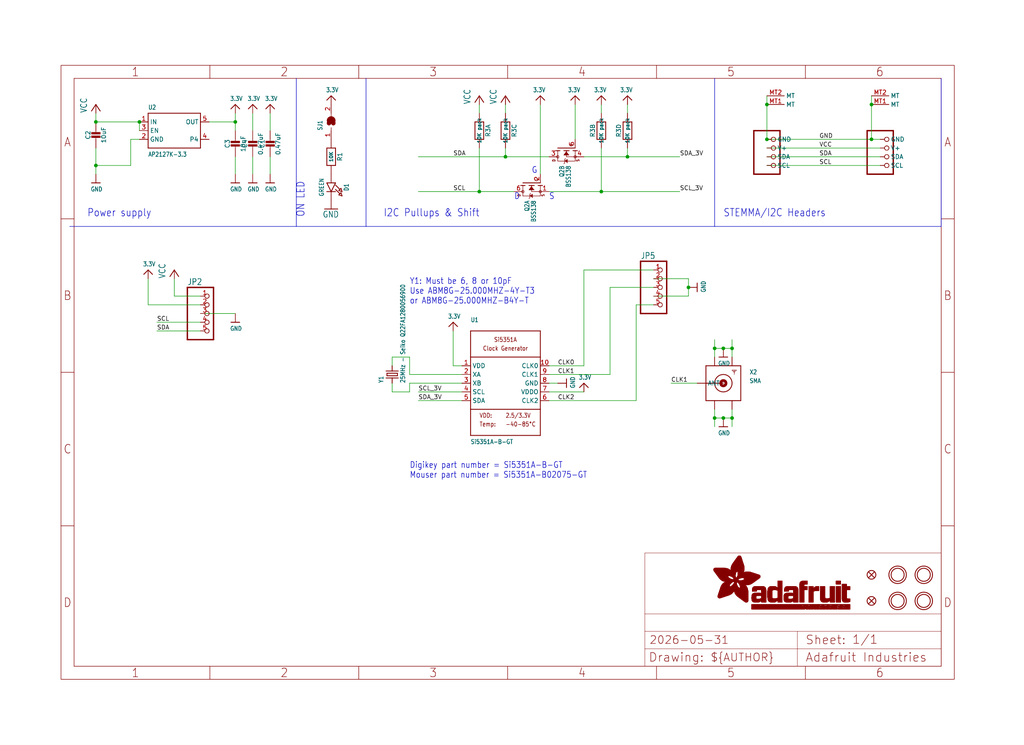
<source format=kicad_sch>
(kicad_sch (version 20230121) (generator eeschema)
  (paper "User" 298.45 217.322)
  (lib_symbols
    (symbol "working-eagle-import:3.3V" (power)
      (property "Value" "3.3V" (at -1.524 1.016 0))
      (symbol "3.3V_1_0"
        (pin power_in line (at 0 -2.54 90) (length 2.54) (name "3.3V") (number "1"))
      )
    )
    (symbol "working-eagle-import:CAP_CERAMIC0603_NO"
      (property "Reference" "C" (at -2.29 1.25 90))
      (symbol "CAP_CERAMIC0603_NO_1_0"
        (pin passive line (at 0 5.08 270) (length 2.54) (name "1") (number "1"))
        (pin passive line (at 0 -2.54 90) (length 2.54) (name "2") (number "2"))
      )
    )
    (symbol "working-eagle-import:CAP_CERAMIC0805-NOOUTLINE"
      (property "Reference" "C" (at -2.29 1.25 90))
      (symbol "CAP_CERAMIC0805-NOOUTLINE_1_0"
        (pin passive line (at 0 5.08 270) (length 2.54) (name "1") (number "1"))
        (pin passive line (at 0 -2.54 90) (length 2.54) (name "2") (number "2"))
      )
    )
    (symbol "working-eagle-import:CRYSTAL_2X1.6MM"
      (property "Reference" "Y" (at -2.54 2.54 0))
      (symbol "CRYSTAL_2X1.6MM_1_0"
        (pin passive line (at -2.54 0 0) (length 0) (name "1") (number "1"))
        (pin passive line (at 2.54 0 180) (length 0) (name "2") (number "3"))
      )
    )
    (symbol "working-eagle-import:FIDUCIAL_1MM")
    (symbol "working-eagle-import:FRAME_A4_ADAFRUIT"
      (symbol "FRAME_A4_ADAFRUIT_1_0"
        (text "${#}/${##}" (at 230.505 10.16 0) (effects (font (size 2.54 2.54)) (justify left bottom)))
        (text "${AUTHOR}" (at 189.23 5.08 0) (effects (font (size 2.286 2.286)) (justify left bottom)))
        (text "${CURRENT_DATE}" (at 171.45 10.16 0) (effects (font (size 2.286 2.286)) (justify left bottom)))
        (text "${PROJECTNAME}" (at 171.45 15.24 0) (effects (font (size 2.54 2.54)) (justify left bottom)))
        (text "1" (at 21.6958 1.905 0) (effects (font (size 2.54 2.286))))
        (text "1" (at 21.6958 177.165 0) (effects (font (size 2.54 2.286))))
        (text "2" (at 65.0875 1.905 0) (effects (font (size 2.54 2.286))))
        (text "2" (at 65.0875 177.165 0) (effects (font (size 2.54 2.286))))
        (text "3" (at 108.4792 1.905 0) (effects (font (size 2.54 2.286))))
        (text "3" (at 108.4792 177.165 0) (effects (font (size 2.54 2.286))))
        (text "4" (at 151.8708 1.905 0) (effects (font (size 2.54 2.286))))
        (text "4" (at 151.8708 177.165 0) (effects (font (size 2.54 2.286))))
        (text "5" (at 195.2625 1.905 0) (effects (font (size 2.54 2.286))))
        (text "5" (at 195.2625 177.165 0) (effects (font (size 2.54 2.286))))
        (text "6" (at 238.6542 1.905 0) (effects (font (size 2.54 2.286))))
        (text "6" (at 238.6542 177.165 0) (effects (font (size 2.54 2.286))))
        (text "A" (at 1.905 156.6863 0) (effects (font (size 2.54 2.286))))
        (text "A" (at 258.445 156.6863 0) (effects (font (size 2.54 2.286))))
        (text "Adafruit Industries" (at 216.916 4.953 0) (effects (font (size 2.54 2.54)) (justify left bottom)))
        (text "B" (at 1.905 111.9188 0) (effects (font (size 2.54 2.286))))
        (text "B" (at 258.445 111.9188 0) (effects (font (size 2.54 2.286))))
        (text "C" (at 1.905 67.1513 0) (effects (font (size 2.54 2.286))))
        (text "C" (at 258.445 67.1513 0) (effects (font (size 2.54 2.286))))
        (text "D" (at 1.905 22.3838 0) (effects (font (size 2.54 2.286))))
        (text "D" (at 258.445 22.3838 0) (effects (font (size 2.54 2.286))))
        (text "Drawing:" (at 171.196 4.953 0) (effects (font (size 2.54 2.54)) (justify left bottom)))
        (text "Sheet:" (at 216.916 10.033 0) (effects (font (size 2.54 2.54)) (justify left bottom)))
      )
    )
    (symbol "working-eagle-import:GND" (power)
      (property "Value" "GND" (at -1.524 -2.54 0))
      (symbol "GND_1_0"
        (pin power_in line (at 0 2.54 270) (length 2.54) (name "GND") (number "1"))
      )
    )
    (symbol "working-eagle-import:HEADER-1X570MIL"
      (property "Reference" "JP" (at -6.35 8.255 0))
      (symbol "HEADER-1X570MIL_1_0"
        (pin passive inverted (at -2.54 5.08 0) (length 2.54) (name "1") (number "1"))
        (pin passive inverted (at -2.54 2.54 0) (length 2.54) (name "2") (number "2"))
        (pin passive inverted (at -2.54 0 0) (length 2.54) (name "3") (number "3"))
        (pin passive inverted (at -2.54 -2.54 0) (length 2.54) (name "4") (number "4"))
        (pin passive inverted (at -2.54 -5.08 0) (length 2.54) (name "5") (number "5"))
      )
    )
    (symbol "working-eagle-import:LED0603_NOOUTLINE"
      (property "Reference" "D" (at -1.27 4.445 0))
      (symbol "LED0603_NOOUTLINE_1_0"
        (pin passive line (at -5.08 0 0) (length 2.54) (name "A") (number "A"))
        (pin passive line (at 2.54 0 180) (length 2.54) (name "C") (number "C"))
      )
    )
    (symbol "working-eagle-import:MOSFET-N_DUAL"
      (property "Reference" "Q" (at 5.08 0.635 0))
      (symbol "MOSFET-N_DUAL_1_0"
        (text "D" (at 3.175 3.175 0) (effects (font (size 0.8128 0.6908)) (justify left bottom)))
        (text "G" (at -1.27 -1.905 0) (effects (font (size 0.8128 0.6908)) (justify left bottom)))
        (text "S" (at 3.175 -3.81 0) (effects (font (size 0.8128 0.6908)) (justify left bottom)))
        (pin bidirectional line (at 2.54 -5.08 90) (length 2.54) (name "S") (number "1"))
        (pin bidirectional line (at -2.54 -2.54 0) (length 2.54) (name "G") (number "2"))
        (pin bidirectional line (at 2.54 5.08 270) (length 2.54) (name "D") (number "6"))
      )
      (symbol "MOSFET-N_DUAL_2_0"
        (text "D" (at 3.175 3.175 0) (effects (font (size 0.8128 0.6908)) (justify left bottom)))
        (text "G" (at -1.27 -1.905 0) (effects (font (size 0.8128 0.6908)) (justify left bottom)))
        (text "S" (at 3.175 -3.81 0) (effects (font (size 0.8128 0.6908)) (justify left bottom)))
        (pin bidirectional line (at 2.54 5.08 270) (length 2.54) (name "D") (number "3"))
        (pin bidirectional line (at 2.54 -5.08 90) (length 2.54) (name "S") (number "4"))
        (pin bidirectional line (at -2.54 -2.54 0) (length 2.54) (name "G") (number "5"))
      )
    )
    (symbol "working-eagle-import:MOUNTINGHOLE2.5")
    (symbol "working-eagle-import:RESISTOR_0603_NOOUT"
      (property "Reference" "R" (at 0 2.54 0))
      (symbol "RESISTOR_0603_NOOUT_1_0"
        (pin passive line (at -5.08 0 0) (length 2.54) (name "1") (number "1"))
        (pin passive line (at 5.08 0 180) (length 2.54) (name "2") (number "2"))
      )
    )
    (symbol "working-eagle-import:RESISTOR_4PACK"
      (property "Reference" "R" (at 0 2.54 0))
      (symbol "RESISTOR_4PACK_1_0"
        (pin passive line (at -5.08 0 0) (length 2.54) (name "1") (number "1"))
        (pin passive line (at 5.08 0 180) (length 2.54) (name "2") (number "8"))
      )
      (symbol "RESISTOR_4PACK_2_0"
        (pin passive line (at -5.08 0 0) (length 2.54) (name "1") (number "2"))
        (pin passive line (at 5.08 0 180) (length 2.54) (name "2") (number "7"))
      )
      (symbol "RESISTOR_4PACK_3_0"
        (pin passive line (at -5.08 0 0) (length 2.54) (name "1") (number "3"))
        (pin passive line (at 5.08 0 180) (length 2.54) (name "2") (number "6"))
      )
      (symbol "RESISTOR_4PACK_4_0"
        (pin passive line (at -5.08 0 0) (length 2.54) (name "1") (number "4"))
        (pin passive line (at 5.08 0 180) (length 2.54) (name "2") (number "5"))
      )
    )
    (symbol "working-eagle-import:SI5351A"
      (property "Reference" "U" (at -10.16 17.78 0))
      (symbol "SI5351A_1_0"
        (text "-40-85°C" (at 0 -12.7 0) (effects (font (size 1.27 1.0795)) (justify left bottom)))
        (text "2.5/3.3V" (at 0 -10.16 0) (effects (font (size 1.27 1.0795)) (justify left bottom)))
        (text "Clock Generator" (at 0 10.16 0) (effects (font (size 1.27 1.0795))))
        (text "Si5351A" (at 0 12.7 0) (effects (font (size 1.27 1.0795))))
        (text "Temp:" (at -7.62 -12.7 0) (effects (font (size 1.27 1.0795)) (justify left bottom)))
        (text "VDD:" (at -7.62 -10.16 0) (effects (font (size 1.27 1.0795)) (justify left bottom)))
        (pin power_in line (at -12.7 5.08 0) (length 2.54) (name "VDD") (number "1"))
        (pin output line (at 12.7 5.08 180) (length 2.54) (name "CLK0") (number "10"))
        (pin input line (at -12.7 2.54 0) (length 2.54) (name "XA") (number "2"))
        (pin input line (at -12.7 0 0) (length 2.54) (name "XB") (number "3"))
        (pin input line (at -12.7 -2.54 0) (length 2.54) (name "SCL") (number "4"))
        (pin bidirectional line (at -12.7 -5.08 0) (length 2.54) (name "SDA") (number "5"))
        (pin output line (at 12.7 -5.08 180) (length 2.54) (name "CLK2") (number "6"))
        (pin power_in line (at 12.7 -2.54 180) (length 2.54) (name "VDDO") (number "7"))
        (pin power_in line (at 12.7 0 180) (length 2.54) (name "GND") (number "8"))
        (pin output line (at 12.7 2.54 180) (length 2.54) (name "CLK1") (number "9"))
      )
    )
    (symbol "working-eagle-import:SMACONNECTOR_EDGE"
      (property "Reference" "X" (at 7.62 2.54 0))
      (symbol "SMACONNECTOR_EDGE_1_0"
        (pin power_in line (at 2.54 -7.62 90) (length 2.54) (name "GND4") (number "GND@1"))
        (pin power_in line (at -2.54 -7.62 90) (length 2.54) (name "GND3") (number "GND@2"))
        (pin power_in line (at 2.54 7.62 270) (length 2.54) (name "GND2") (number "GND@3"))
        (pin power_in line (at -2.54 7.62 270) (length 2.54) (name "GND1") (number "GND@4"))
        (pin bidirectional line (at -7.62 0 0) (length 2.54) (name "ANT") (number "P"))
      )
    )
    (symbol "working-eagle-import:SOLDERJUMPERCLOSED"
      (property "Reference" "SJ" (at -2.54 2.54 0))
      (symbol "SOLDERJUMPERCLOSED_1_0"
        (pin passive line (at -5.08 0 0) (length 2.54) (name "1") (number "1"))
        (pin passive line (at 5.08 0 180) (length 2.54) (name "2") (number "2"))
      )
    )
    (symbol "working-eagle-import:STEMMA_I2C_QT"
      (symbol "STEMMA_I2C_QT_1_0"
        (pin passive inverted (at 0 5.08 0) (length 2.54) (name "GND") (number "1"))
        (pin passive inverted (at 0 2.54 0) (length 2.54) (name "V+") (number "2"))
        (pin passive inverted (at 0 0 0) (length 2.54) (name "SDA") (number "3"))
        (pin passive inverted (at 0 -2.54 0) (length 2.54) (name "SCL") (number "4"))
      )
      (symbol "STEMMA_I2C_QT_2_0"
        (pin bidirectional line (at 0 0 0) (length 5.08) (name "MT") (number "MT1"))
      )
      (symbol "STEMMA_I2C_QT_3_0"
        (pin bidirectional line (at 0 0 0) (length 5.08) (name "MT") (number "MT2"))
      )
    )
    (symbol "working-eagle-import:VCC" (power)
      (property "Value" "VCC" (at -2.54 -2.54 90))
      (symbol "VCC_1_0"
        (pin power_in line (at 0 -2.54 90) (length 2.54) (name "VCC") (number "1"))
      )
    )
    (symbol "working-eagle-import:VREG_SOT23-5"
      (property "Reference" "U" (at -7.62 6.096 0))
      (symbol "VREG_SOT23-5_1_0"
        (pin power_in line (at -10.16 2.54 0) (length 2.54) (name "IN") (number "1"))
        (pin power_in line (at -10.16 -2.54 0) (length 2.54) (name "GND") (number "2"))
        (pin input line (at -10.16 0 0) (length 2.54) (name "EN") (number "3"))
        (pin bidirectional line (at 10.16 -2.54 180) (length 2.54) (name "P4") (number "4"))
        (pin power_in line (at 10.16 2.54 180) (length 2.54) (name "OUT") (number "5"))
      )
    )
    (symbol "working-eagle-import:supply1_GND" (power)
      (property "Value" "supply1_GND" (at -2.54 -2.54 0))
      (symbol "supply1_GND_1_0"
        (pin power_in line (at 0 2.54 270) (length 2.54) (name "GND") (number "1"))
      )
    )
  )
  (junction (at 223.52 40.64))
  (junction (at 254 30.48))
  (junction (at 182.88 45.72))
  (junction (at 208.28 121.92))
  (junction (at 200.66 83.82))
  (junction (at 27.94 35.56))
  (junction (at 210.82 121.92))
  (junction (at 147.32 45.72))
  (junction (at 213.36 121.92))
  (junction (at 223.52 30.48))
  (junction (at 213.36 101.6))
  (junction (at 27.94 48.26))
  (junction (at 254 40.64))
  (junction (at 175.26 55.88))
  (junction (at 210.82 101.6))
  (junction (at 208.28 101.6))
  (junction (at 68.58 35.56))
  (junction (at 40.64 35.56))
  (junction (at 139.7 55.88))
  (wire (pts (xy 134.62 116.84) (xy 121.92 116.84)) (stroke (width 0.1524)))
  (wire (pts (xy 38.1 40.64) (xy 38.1 48.26)) (stroke (width 0.1524)))
  (wire (pts (xy 73.66 38.1) (xy 73.66 33.02)) (stroke (width 0.1524)))
  (wire (pts (xy 60.96 35.56) (xy 68.58 35.56)) (stroke (width 0.1524)))
  (wire (pts (xy 119.38 114.3) (xy 114.3 114.3)) (stroke (width 0.1524)))
  (wire (pts (xy 170.18 78.74) (xy 190.5 78.74)) (stroke (width 0.1524)))
  (wire (pts (xy 27.94 33.02) (xy 27.94 35.56)) (stroke (width 0.1524)))
  (polyline (pts (xy 106.68 22.86) (xy 106.68 66.04)) (stroke (width 0.1524) (type solid)))
  (polyline (pts (xy 274.32 22.86) (xy 274.32 66.04)) (stroke (width 0.1524) (type solid)))
  (wire (pts (xy 182.88 33.02) (xy 182.88 30.48)) (stroke (width 0.1524)))
  (wire (pts (xy 160.02 45.72) (xy 147.32 45.72)) (stroke (width 0.1524)))
  (polyline (pts (xy 208.28 66.04) (xy 274.32 66.04)) (stroke (width 0.1524) (type solid)))
  (wire (pts (xy 190.5 81.28) (xy 200.66 81.28)) (stroke (width 0.1524)))
  (wire (pts (xy 213.36 121.92) (xy 213.36 124.46)) (stroke (width 0.1524)))
  (wire (pts (xy 114.3 104.14) (xy 114.3 106.68)) (stroke (width 0.1524)))
  (wire (pts (xy 147.32 43.18) (xy 147.32 45.72)) (stroke (width 0.1524)))
  (wire (pts (xy 175.26 43.18) (xy 175.26 55.88)) (stroke (width 0.1524)))
  (wire (pts (xy 210.82 101.6) (xy 213.36 101.6)) (stroke (width 0.1524)))
  (wire (pts (xy 40.64 38.1) (xy 40.64 35.56)) (stroke (width 0.1524)))
  (wire (pts (xy 160.02 106.68) (xy 170.18 106.68)) (stroke (width 0.1524)))
  (wire (pts (xy 167.64 40.64) (xy 167.64 30.48)) (stroke (width 0.1524)))
  (wire (pts (xy 58.42 86.36) (xy 50.8 86.36)) (stroke (width 0.1524)))
  (wire (pts (xy 160.02 109.22) (xy 177.8 109.22)) (stroke (width 0.1524)))
  (wire (pts (xy 38.1 48.26) (xy 27.94 48.26)) (stroke (width 0.1524)))
  (wire (pts (xy 208.28 99.06) (xy 208.28 101.6)) (stroke (width 0.1524)))
  (wire (pts (xy 200.66 86.36) (xy 190.5 86.36)) (stroke (width 0.1524)))
  (wire (pts (xy 182.88 45.72) (xy 198.12 45.72)) (stroke (width 0.1524)))
  (wire (pts (xy 160.02 55.88) (xy 175.26 55.88)) (stroke (width 0.1524)))
  (wire (pts (xy 175.26 55.88) (xy 198.12 55.88)) (stroke (width 0.1524)))
  (wire (pts (xy 132.08 106.68) (xy 132.08 96.52)) (stroke (width 0.1524)))
  (wire (pts (xy 139.7 30.48) (xy 139.7 33.02)) (stroke (width 0.1524)))
  (polyline (pts (xy 208.28 22.86) (xy 208.28 66.04)) (stroke (width 0.1524) (type solid)))
  (wire (pts (xy 208.28 121.92) (xy 210.82 121.92)) (stroke (width 0.1524)))
  (wire (pts (xy 119.38 109.22) (xy 119.38 104.14)) (stroke (width 0.1524)))
  (wire (pts (xy 78.74 33.02) (xy 78.74 38.1)) (stroke (width 0.1524)))
  (wire (pts (xy 43.18 88.9) (xy 43.18 81.28)) (stroke (width 0.1524)))
  (wire (pts (xy 58.42 93.98) (xy 45.72 93.98)) (stroke (width 0.1524)))
  (wire (pts (xy 40.64 35.56) (xy 27.94 35.56)) (stroke (width 0.1524)))
  (wire (pts (xy 208.28 101.6) (xy 208.28 104.14)) (stroke (width 0.1524)))
  (polyline (pts (xy 86.36 66.04) (xy 106.68 66.04)) (stroke (width 0.1524) (type solid)))
  (wire (pts (xy 200.66 81.28) (xy 200.66 83.82)) (stroke (width 0.1524)))
  (wire (pts (xy 182.88 43.18) (xy 182.88 45.72)) (stroke (width 0.1524)))
  (wire (pts (xy 177.8 109.22) (xy 177.8 83.82)) (stroke (width 0.1524)))
  (wire (pts (xy 200.66 83.82) (xy 200.66 86.36)) (stroke (width 0.1524)))
  (wire (pts (xy 27.94 48.26) (xy 27.94 43.18)) (stroke (width 0.1524)))
  (wire (pts (xy 149.86 55.88) (xy 139.7 55.88)) (stroke (width 0.1524)))
  (wire (pts (xy 213.36 119.38) (xy 213.36 121.92)) (stroke (width 0.1524)))
  (wire (pts (xy 223.52 48.26) (xy 256.54 48.26)) (stroke (width 0.1524)))
  (polyline (pts (xy 86.36 22.86) (xy 86.36 66.04)) (stroke (width 0.1524) (type solid)))
  (wire (pts (xy 208.28 119.38) (xy 208.28 121.92)) (stroke (width 0.1524)))
  (wire (pts (xy 170.18 45.72) (xy 182.88 45.72)) (stroke (width 0.1524)))
  (wire (pts (xy 40.64 40.64) (xy 38.1 40.64)) (stroke (width 0.1524)))
  (wire (pts (xy 210.82 121.92) (xy 213.36 121.92)) (stroke (width 0.1524)))
  (wire (pts (xy 177.8 83.82) (xy 190.5 83.82)) (stroke (width 0.1524)))
  (polyline (pts (xy 106.68 66.04) (xy 208.28 66.04)) (stroke (width 0.1524) (type solid)))
  (wire (pts (xy 254 40.64) (xy 223.52 40.64)) (stroke (width 0.1524)))
  (wire (pts (xy 160.02 114.3) (xy 170.18 114.3)) (stroke (width 0.1524)))
  (wire (pts (xy 157.48 50.8) (xy 157.48 30.48)) (stroke (width 0.1524)))
  (wire (pts (xy 68.58 45.72) (xy 68.58 50.8)) (stroke (width 0.1524)))
  (wire (pts (xy 160.02 116.84) (xy 185.42 116.84)) (stroke (width 0.1524)))
  (wire (pts (xy 213.36 101.6) (xy 213.36 104.14)) (stroke (width 0.1524)))
  (wire (pts (xy 170.18 106.68) (xy 170.18 78.74)) (stroke (width 0.1524)))
  (wire (pts (xy 160.02 111.76) (xy 162.56 111.76)) (stroke (width 0.1524)))
  (wire (pts (xy 185.42 88.9) (xy 185.42 116.84)) (stroke (width 0.1524)))
  (wire (pts (xy 256.54 40.64) (xy 254 40.64)) (stroke (width 0.1524)))
  (wire (pts (xy 58.42 96.52) (xy 45.72 96.52)) (stroke (width 0.1524)))
  (wire (pts (xy 114.3 114.3) (xy 114.3 111.76)) (stroke (width 0.1524)))
  (polyline (pts (xy 20.32 66.04) (xy 86.36 66.04)) (stroke (width 0.1524) (type solid)))
  (wire (pts (xy 119.38 104.14) (xy 114.3 104.14)) (stroke (width 0.1524)))
  (wire (pts (xy 175.26 33.02) (xy 175.26 30.48)) (stroke (width 0.1524)))
  (wire (pts (xy 58.42 88.9) (xy 43.18 88.9)) (stroke (width 0.1524)))
  (wire (pts (xy 134.62 111.76) (xy 119.38 111.76)) (stroke (width 0.1524)))
  (wire (pts (xy 210.82 101.6) (xy 208.28 101.6)) (stroke (width 0.1524)))
  (wire (pts (xy 78.74 45.72) (xy 78.74 50.8)) (stroke (width 0.1524)))
  (wire (pts (xy 73.66 45.72) (xy 73.66 50.8)) (stroke (width 0.1524)))
  (wire (pts (xy 134.62 114.3) (xy 121.92 114.3)) (stroke (width 0.1524)))
  (wire (pts (xy 223.52 27.94) (xy 223.52 30.48)) (stroke (width 0.1524)))
  (wire (pts (xy 68.58 35.56) (xy 68.58 38.1)) (stroke (width 0.1524)))
  (wire (pts (xy 147.32 33.02) (xy 147.32 30.48)) (stroke (width 0.1524)))
  (wire (pts (xy 256.54 45.72) (xy 223.52 45.72)) (stroke (width 0.1524)))
  (wire (pts (xy 134.62 106.68) (xy 132.08 106.68)) (stroke (width 0.1524)))
  (wire (pts (xy 139.7 43.18) (xy 139.7 55.88)) (stroke (width 0.1524)))
  (wire (pts (xy 203.2 111.76) (xy 195.58 111.76)) (stroke (width 0.1524)))
  (wire (pts (xy 208.28 124.46) (xy 208.28 121.92)) (stroke (width 0.1524)))
  (wire (pts (xy 119.38 111.76) (xy 119.38 114.3)) (stroke (width 0.1524)))
  (wire (pts (xy 185.42 88.9) (xy 190.5 88.9)) (stroke (width 0.1524)))
  (wire (pts (xy 223.52 30.48) (xy 223.52 40.64)) (stroke (width 0.1524)))
  (wire (pts (xy 27.94 48.26) (xy 27.94 50.8)) (stroke (width 0.1524)))
  (wire (pts (xy 147.32 45.72) (xy 121.92 45.72)) (stroke (width 0.1524)))
  (wire (pts (xy 68.58 35.56) (xy 68.58 33.02)) (stroke (width 0.1524)))
  (wire (pts (xy 254 30.48) (xy 254 40.64)) (stroke (width 0.1524)))
  (wire (pts (xy 139.7 55.88) (xy 121.92 55.88)) (stroke (width 0.1524)))
  (wire (pts (xy 134.62 109.22) (xy 119.38 109.22)) (stroke (width 0.1524)))
  (wire (pts (xy 58.42 91.44) (xy 68.58 91.44)) (stroke (width 0.1524)))
  (wire (pts (xy 254 27.94) (xy 254 30.48)) (stroke (width 0.1524)))
  (wire (pts (xy 223.52 43.18) (xy 256.54 43.18)) (stroke (width 0.1524)))
  (wire (pts (xy 213.36 99.06) (xy 213.36 101.6)) (stroke (width 0.1524)))
  (wire (pts (xy 50.8 86.36) (xy 50.8 81.28)) (stroke (width 0.1524)))
  (text "ON LED" (at 88.9 63.5 90) (effects (font (size 2.1844 1.8567)) (justify left bottom)))
  (text "Y1: Must be 6, 8 or 10pF\nUse ABM8G-25.000MHZ-4Y-T3\nor ABM8G-25.000MHZ-B4Y-T" (at 119.38 88.9 0) (effects (font (size 1.778 1.5113)) (justify left bottom)))
  (text "I2C Pullups & Shift" (at 111.76 63.5 0) (effects (font (size 2.1844 1.8567)) (justify left bottom)))
  (text "Digikey part number = Si5351A-B-GT\nMouser part number = Si5351A-B02075-GT" (at 119.38 139.7 0) (effects (font (size 1.778 1.5113)) (justify left bottom)))
  (text "G" (at 154.94 50.8 0) (effects (font (size 1.778 1.5113)) (justify left bottom)))
  (text "STEMMA/I2C Headers" (at 210.82 63.5 0) (effects (font (size 2.1844 1.8567)) (justify left bottom)))
  (text "D" (at 149.86 58.42 0) (effects (font (size 1.778 1.5113)) (justify left bottom)))
  (text "S" (at 160.02 58.42 0) (effects (font (size 1.778 1.5113)) (justify left bottom)))
  (text "Power supply" (at 25.4 63.5 0) (effects (font (size 2.1844 1.8567)) (justify left bottom)))
  (label "SCL" (at 45.72 93.98 0) (effects (font (size 1.2446 1.2446))))
  (label "SCL_3V" (at 121.92 114.3 0) (effects (font (size 1.2446 1.2446))))
  (label "SDA" (at 238.76 45.72 0) (effects (font (size 1.2446 1.2446))))
  (label "GND" (at 238.76 40.64 0) (effects (font (size 1.2446 1.2446))))
  (label "CLK2" (at 162.56 116.84 0) (effects (font (size 1.2446 1.2446))))
  (label "SDA_3V" (at 198.12 45.72 0) (effects (font (size 1.2446 1.2446))))
  (label "CLK1" (at 195.58 111.76 0) (effects (font (size 1.2446 1.2446))))
  (label "SCL_3V" (at 198.12 55.88 0) (effects (font (size 1.2446 1.2446))))
  (label "SCL" (at 238.76 48.26 0) (effects (font (size 1.2446 1.2446))))
  (label "SDA_3V" (at 121.92 116.84 0) (effects (font (size 1.2446 1.2446))))
  (label "CLK0" (at 162.56 106.68 0) (effects (font (size 1.2446 1.2446))))
  (label "SDA" (at 45.72 96.52 0) (effects (font (size 1.2446 1.2446))))
  (label "SCL" (at 132.08 55.88 0) (effects (font (size 1.2446 1.2446))))
  (label "SDA" (at 132.08 45.72 0) (effects (font (size 1.2446 1.2446))))
  (label "VCC" (at 238.76 43.18 0) (effects (font (size 1.2446 1.2446))))
  (label "CLK1" (at 162.56 109.22 0) (effects (font (size 1.2446 1.2446))))
  (symbol (lib_id "working-eagle-import:MOUNTINGHOLE2.5") (at 269.24 167.64 0) (unit 1)
    (property "Reference" "U$19" (effects hide))
    (property "Value" "MOUNTINGHOLE2.5" (effects hide))
    (property "Footprint" "working:MOUNTINGHOLE_2.5_PLATED" (effects hide))
  )
  (symbol (lib_id "working-eagle-import:GND") (at 27.94 53.34 0) (unit 1)
    (property "Reference" "#U$13" (effects hide))
    (property "Value" "GND" (at 26.416 55.88 0) (effects (font (size 1.27 1.0795)) (justify left bottom)))
  )
  (symbol (lib_id "working-eagle-import:GND") (at 210.82 104.14 0) (unit 1)
    (property "Reference" "#U$12" (effects hide))
    (property "Value" "GND" (at 209.296 106.68 0) (effects (font (size 1.27 1.0795)) (justify left bottom)))
  )
  (symbol (lib_id "working-eagle-import:VCC") (at 139.7 27.94 0) (unit 1)
    (property "Reference" "#P+1" (effects hide))
    (property "Value" "VCC" (at 137.16 30.48 90) (effects (font (size 1.778 1.5113)) (justify left bottom)))
  )
  (symbol (lib_id "working-eagle-import:MOUNTINGHOLE2.5") (at 261.62 167.64 0) (unit 1)
    (property "Reference" "U$17" (effects hide))
    (property "Value" "MOUNTINGHOLE2.5" (effects hide))
    (property "Footprint" "working:MOUNTINGHOLE_2.5_PLATED" (effects hide))
  )
  (symbol (lib_id "working-eagle-import:GND") (at 73.66 53.34 0) (unit 1)
    (property "Reference" "#U$29" (effects hide))
    (property "Value" "GND" (at 72.136 55.88 0) (effects (font (size 1.27 1.0795)) (justify left bottom)))
  )
  (symbol (lib_id "working-eagle-import:supply1_GND") (at 96.52 60.96 0) (unit 1)
    (property "Reference" "#GND6" (effects hide))
    (property "Value" "GND" (at 93.98 63.5 0) (effects (font (size 1.778 1.5113)) (justify left bottom)))
  )
  (symbol (lib_id "working-eagle-import:CAP_CERAMIC0603_NO") (at 78.74 43.18 0) (unit 1)
    (property "Reference" "C1" (at 76.45 41.93 90))
    (property "Value" "0.47uF" (at 81.04 41.93 90))
    (property "Footprint" "working:0603-NO" (effects hide))
  )
  (symbol (lib_id "working-eagle-import:GND") (at 68.58 93.98 0) (unit 1)
    (property "Reference" "#U$10" (effects hide))
    (property "Value" "GND" (at 67.056 96.52 0) (effects (font (size 1.27 1.0795)) (justify left bottom)))
  )
  (symbol (lib_id "working-eagle-import:HEADER-1X570MIL") (at 60.96 91.44 0) (unit 1)
    (property "Reference" "JP2" (at 54.61 83.185 0) (effects (font (size 1.778 1.5113)) (justify left bottom)))
    (property "Value" "HEADER-1X570MIL" (effects hide))
    (property "Footprint" "working:1X05_ROUND_70" (effects hide))
  )
  (symbol (lib_id "working-eagle-import:3.3V") (at 170.18 111.76 0) (unit 1)
    (property "Reference" "#U$4" (effects hide))
    (property "Value" "3.3V" (at 168.656 110.744 0) (effects (font (size 1.27 1.0795)) (justify left bottom)))
  )
  (symbol (lib_id "working-eagle-import:CAP_CERAMIC0805-NOOUTLINE") (at 68.58 43.18 0) (unit 1)
    (property "Reference" "C3" (at 66.29 41.93 90))
    (property "Value" "10uF" (at 70.88 41.93 90))
    (property "Footprint" "working:0805-NO" (effects hide))
  )
  (symbol (lib_id "working-eagle-import:STEMMA_I2C_QT") (at 223.52 30.48 0) (unit 2)
    (property "Reference" "CONN3" (effects hide))
    (property "Value" "STEMMA_I2C_QT" (effects hide))
    (property "Footprint" "working:JST_SH4" (effects hide))
  )
  (symbol (lib_id "working-eagle-import:VREG_SOT23-5") (at 50.8 38.1 0) (unit 1)
    (property "Reference" "U2" (at 43.18 32.004 0) (effects (font (size 1.27 1.0795)) (justify left bottom)))
    (property "Value" "AP2127K-3.3" (at 43.18 45.72 0) (effects (font (size 1.27 1.0795)) (justify left bottom)))
    (property "Footprint" "working:SOT23-5" (effects hide))
  )
  (symbol (lib_id "working-eagle-import:SOLDERJUMPERCLOSED") (at 96.52 35.56 90) (unit 1)
    (property "Reference" "SJ1" (at 93.98 38.1 0) (effects (font (size 1.27 1.0795)) (justify left bottom)))
    (property "Value" "SOLDERJUMPERCLOSED" (effects hide))
    (property "Footprint" "working:SOLDERJUMPER_CLOSEDWIRE" (effects hide))
  )
  (symbol (lib_id "working-eagle-import:GND") (at 68.58 53.34 0) (unit 1)
    (property "Reference" "#U$5" (effects hide))
    (property "Value" "GND" (at 67.056 55.88 0) (effects (font (size 1.27 1.0795)) (justify left bottom)))
  )
  (symbol (lib_id "working-eagle-import:3.3V") (at 78.74 30.48 0) (unit 1)
    (property "Reference" "#U$14" (effects hide))
    (property "Value" "3.3V" (at 77.216 29.464 0) (effects (font (size 1.27 1.0795)) (justify left bottom)))
  )
  (symbol (lib_id "working-eagle-import:RESISTOR_4PACK") (at 175.26 38.1 90) (mirror x) (unit 2)
    (property "Reference" "R3" (at 172.72 38.1 0))
    (property "Value" "10K pack" (at 175.26 38.1 0) (effects (font (size 1.016 1.016) bold)))
    (property "Footprint" "working:RESPACK_4X0603" (effects hide))
  )
  (symbol (lib_id "working-eagle-import:SI5351A") (at 147.32 111.76 0) (unit 1)
    (property "Reference" "U1" (at 137.16 93.98 0) (effects (font (size 1.27 1.0795)) (justify left bottom)))
    (property "Value" "Si5351A-B-GT" (at 137.16 129.54 0) (effects (font (size 1.27 1.0795)) (justify left bottom)))
    (property "Footprint" "working:MSOP10" (effects hide))
  )
  (symbol (lib_id "working-eagle-import:CAP_CERAMIC0603_NO") (at 73.66 43.18 0) (unit 1)
    (property "Reference" "C4" (at 71.37 41.93 90))
    (property "Value" "0.47uF" (at 75.96 41.93 90))
    (property "Footprint" "working:0603-NO" (effects hide))
  )
  (symbol (lib_id "working-eagle-import:STEMMA_I2C_QT") (at 254 27.94 0) (unit 3)
    (property "Reference" "CONN4" (effects hide))
    (property "Value" "STEMMA_I2C_QT" (effects hide))
    (property "Footprint" "working:JST_SH4" (effects hide))
  )
  (symbol (lib_id "working-eagle-import:GND") (at 203.2 83.82 90) (unit 1)
    (property "Reference" "#U$8" (effects hide))
    (property "Value" "GND" (at 205.74 85.344 0) (effects (font (size 1.27 1.0795)) (justify left bottom)))
  )
  (symbol (lib_id "working-eagle-import:SMACONNECTOR_EDGE") (at 210.82 111.76 0) (unit 1)
    (property "Reference" "X2" (at 218.44 109.22 0) (effects (font (size 1.27 1.0795)) (justify left bottom)))
    (property "Value" "SMA" (at 218.44 111.76 0) (effects (font (size 1.27 1.0795)) (justify left bottom)))
    (property "Footprint" "working:SMA_EDGELAUNCH" (effects hide))
  )
  (symbol (lib_id "working-eagle-import:VCC") (at 147.32 27.94 0) (unit 1)
    (property "Reference" "#P+2" (effects hide))
    (property "Value" "VCC" (at 144.78 30.48 90) (effects (font (size 1.778 1.5113)) (justify left bottom)))
  )
  (symbol (lib_id "working-eagle-import:CRYSTAL_2X1.6MM") (at 114.3 109.22 90) (unit 1)
    (property "Reference" "Y1" (at 111.76 111.76 0) (effects (font (size 1.27 1.0795)) (justify left bottom)))
    (property "Value" "25MHz - Seiko Q22FA1280056900" (at 118.11 111.76 0) (effects (font (size 1.27 1.0795)) (justify left bottom)))
    (property "Footprint" "working:CRYSTAL_2X1.6" (effects hide))
  )
  (symbol (lib_id "working-eagle-import:GND") (at 78.74 53.34 0) (unit 1)
    (property "Reference" "#U$6" (effects hide))
    (property "Value" "GND" (at 77.216 55.88 0) (effects (font (size 1.27 1.0795)) (justify left bottom)))
  )
  (symbol (lib_id "working-eagle-import:MOSFET-N_DUAL") (at 154.94 53.34 90) (mirror x) (unit 1)
    (property "Reference" "Q2" (at 154.305 58.42 0) (effects (font (size 1.27 1.0795)) (justify left bottom)))
    (property "Value" "BSS138" (at 156.21 58.42 0) (effects (font (size 1.27 1.0795)) (justify left bottom)))
    (property "Footprint" "working:SOT363" (effects hide))
  )
  (symbol (lib_id "working-eagle-import:3.3V") (at 175.26 27.94 0) (mirror y) (unit 1)
    (property "Reference" "#U$24" (effects hide))
    (property "Value" "3.3V" (at 176.784 26.924 0) (effects (font (size 1.27 1.0795)) (justify left bottom)))
  )
  (symbol (lib_id "working-eagle-import:HEADER-1X570MIL") (at 193.04 83.82 0) (unit 1)
    (property "Reference" "JP5" (at 186.69 75.565 0) (effects (font (size 1.778 1.5113)) (justify left bottom)))
    (property "Value" "HEADER-1X570MIL" (effects hide))
    (property "Footprint" "working:1X05_ROUND_70" (effects hide))
  )
  (symbol (lib_id "working-eagle-import:VCC") (at 27.94 30.48 0) (unit 1)
    (property "Reference" "#P+3" (effects hide))
    (property "Value" "VCC" (at 25.4 33.02 90) (effects (font (size 1.778 1.5113)) (justify left bottom)))
  )
  (symbol (lib_id "working-eagle-import:FRAME_A4_ADAFRUIT") (at 17.78 198.12 0) (unit 1)
    (property "Reference" "#U$18" (effects hide))
    (property "Value" "FRAME_A4_ADAFRUIT" (effects hide))
  )
  (symbol (lib_id "working-eagle-import:GND") (at 165.1 111.76 90) (unit 1)
    (property "Reference" "#U$2" (effects hide))
    (property "Value" "GND" (at 167.64 113.284 0) (effects (font (size 1.27 1.0795)) (justify left bottom)))
  )
  (symbol (lib_id "working-eagle-import:VCC") (at 50.8 78.74 0) (unit 1)
    (property "Reference" "#P+4" (effects hide))
    (property "Value" "VCC" (at 48.26 81.28 90) (effects (font (size 1.778 1.5113)) (justify left bottom)))
  )
  (symbol (lib_id "working-eagle-import:3.3V") (at 167.64 27.94 0) (mirror y) (unit 1)
    (property "Reference" "#U$23" (effects hide))
    (property "Value" "3.3V" (at 169.164 26.924 0) (effects (font (size 1.27 1.0795)) (justify left bottom)))
  )
  (symbol (lib_id "working-eagle-import:3.3V") (at 96.52 27.94 0) (unit 1)
    (property "Reference" "#U$3" (effects hide))
    (property "Value" "3.3V" (at 94.996 26.924 0) (effects (font (size 1.27 1.0795)) (justify left bottom)))
  )
  (symbol (lib_id "working-eagle-import:FIDUCIAL_1MM") (at 254 167.64 0) (unit 1)
    (property "Reference" "FID4" (effects hide))
    (property "Value" "FIDUCIAL_1MM" (effects hide))
    (property "Footprint" "working:FIDUCIAL_1MM" (effects hide))
  )
  (symbol (lib_id "working-eagle-import:3.3V") (at 182.88 27.94 0) (mirror y) (unit 1)
    (property "Reference" "#U$7" (effects hide))
    (property "Value" "3.3V" (at 184.404 26.924 0) (effects (font (size 1.27 1.0795)) (justify left bottom)))
  )
  (symbol (lib_id "working-eagle-import:STEMMA_I2C_QT") (at 223.52 45.72 0) (unit 1)
    (property "Reference" "CONN3" (effects hide))
    (property "Value" "STEMMA_I2C_QT" (effects hide))
    (property "Footprint" "working:JST_SH4" (effects hide))
  )
  (symbol (lib_id "working-eagle-import:MOUNTINGHOLE2.5") (at 269.24 175.26 0) (unit 1)
    (property "Reference" "U$21" (effects hide))
    (property "Value" "MOUNTINGHOLE2.5" (effects hide))
    (property "Footprint" "working:MOUNTINGHOLE_2.5_PLATED" (effects hide))
  )
  (symbol (lib_id "working-eagle-import:3.3V") (at 43.18 78.74 0) (unit 1)
    (property "Reference" "#U$16" (effects hide))
    (property "Value" "3.3V" (at 41.656 77.724 0) (effects (font (size 1.27 1.0795)) (justify left bottom)))
  )
  (symbol (lib_id "working-eagle-import:RESISTOR_0603_NOOUT") (at 96.52 45.72 270) (unit 1)
    (property "Reference" "R1" (at 99.06 45.72 0))
    (property "Value" "10K" (at 96.52 45.72 0) (effects (font (size 1.016 1.016) bold)))
    (property "Footprint" "working:0603-NO" (effects hide))
  )
  (symbol (lib_id "working-eagle-import:LED0603_NOOUTLINE") (at 96.52 55.88 270) (unit 1)
    (property "Reference" "D1" (at 100.965 54.61 0) (effects (font (size 1.27 1.0795))))
    (property "Value" "GREEN" (at 93.726 54.61 0) (effects (font (size 1.27 1.0795))))
    (property "Footprint" "working:CHIPLED_0603_NOOUTLINE" (effects hide))
  )
  (symbol (lib_id "working-eagle-import:3.3V") (at 68.58 30.48 0) (unit 1)
    (property "Reference" "#U$15" (effects hide))
    (property "Value" "3.3V" (at 67.056 29.464 0) (effects (font (size 1.27 1.0795)) (justify left bottom)))
  )
  (symbol (lib_id "working-eagle-import:GND") (at 210.82 124.46 0) (unit 1)
    (property "Reference" "#U$11" (effects hide))
    (property "Value" "GND" (at 209.296 127 0) (effects (font (size 1.27 1.0795)) (justify left bottom)))
  )
  (symbol (lib_id "working-eagle-import:RESISTOR_4PACK") (at 139.7 38.1 270) (unit 1)
    (property "Reference" "R3" (at 142.24 38.1 0))
    (property "Value" "10K pack" (at 139.7 38.1 0) (effects (font (size 1.016 1.016) bold)))
    (property "Footprint" "working:RESPACK_4X0603" (effects hide))
  )
  (symbol (lib_id "working-eagle-import:CAP_CERAMIC0805-NOOUTLINE") (at 27.94 40.64 0) (unit 1)
    (property "Reference" "C2" (at 25.65 39.39 90))
    (property "Value" "10uF" (at 30.24 39.39 90))
    (property "Footprint" "working:0805-NO" (effects hide))
  )
  (symbol (lib_id "working-eagle-import:MOSFET-N_DUAL") (at 165.1 43.18 90) (mirror x) (unit 2)
    (property "Reference" "Q2" (at 164.465 48.26 0) (effects (font (size 1.27 1.0795)) (justify left bottom)))
    (property "Value" "BSS138" (at 166.37 48.26 0) (effects (font (size 1.27 1.0795)) (justify left bottom)))
    (property "Footprint" "working:SOT363" (effects hide))
  )
  (symbol (lib_id "working-eagle-import:FIDUCIAL_1MM") (at 254 175.26 0) (unit 1)
    (property "Reference" "FID3" (effects hide))
    (property "Value" "FIDUCIAL_1MM" (effects hide))
    (property "Footprint" "working:FIDUCIAL_1MM" (effects hide))
  )
  (symbol (lib_id "working-eagle-import:STEMMA_I2C_QT") (at 256.54 45.72 0) (unit 1)
    (property "Reference" "CONN4" (effects hide))
    (property "Value" "STEMMA_I2C_QT" (effects hide))
    (property "Footprint" "working:JST_SH4" (effects hide))
  )
  (symbol (lib_id "working-eagle-import:3.3V") (at 73.66 30.48 0) (unit 1)
    (property "Reference" "#U$28" (effects hide))
    (property "Value" "3.3V" (at 72.136 29.464 0) (effects (font (size 1.27 1.0795)) (justify left bottom)))
  )
  (symbol (lib_id "working-eagle-import:MOUNTINGHOLE2.5") (at 261.62 175.26 0) (unit 1)
    (property "Reference" "U$1" (effects hide))
    (property "Value" "MOUNTINGHOLE2.5" (effects hide))
    (property "Footprint" "working:MOUNTINGHOLE_2.5_PLATED" (effects hide))
  )
  (symbol (lib_id "working-eagle-import:RESISTOR_4PACK") (at 147.32 38.1 270) (unit 3)
    (property "Reference" "R3" (at 149.86 38.1 0))
    (property "Value" "10K pack" (at 147.32 38.1 0) (effects (font (size 1.016 1.016) bold)))
    (property "Footprint" "working:RESPACK_4X0603" (effects hide))
  )
  (symbol (lib_id "working-eagle-import:RESISTOR_4PACK") (at 182.88 38.1 90) (mirror x) (unit 4)
    (property "Reference" "R3" (at 180.34 38.1 0))
    (property "Value" "10K pack" (at 182.88 38.1 0) (effects (font (size 1.016 1.016) bold)))
    (property "Footprint" "working:RESPACK_4X0603" (effects hide))
  )
  (symbol (lib_id "working-eagle-import:STEMMA_I2C_QT") (at 223.52 27.94 0) (unit 3)
    (property "Reference" "CONN3" (effects hide))
    (property "Value" "STEMMA_I2C_QT" (effects hide))
    (property "Footprint" "working:JST_SH4" (effects hide))
  )
  (symbol (lib_id "working-eagle-import:3.3V") (at 132.08 93.98 0) (unit 1)
    (property "Reference" "#U$27" (effects hide))
    (property "Value" "3.3V" (at 130.556 92.964 0) (effects (font (size 1.27 1.0795)) (justify left bottom)))
  )
  (symbol (lib_id "working-eagle-import:STEMMA_I2C_QT") (at 254 30.48 0) (unit 2)
    (property "Reference" "CONN4" (effects hide))
    (property "Value" "STEMMA_I2C_QT" (effects hide))
    (property "Footprint" "working:JST_SH4" (effects hide))
  )
  (symbol (lib_id "working-eagle-import:3.3V") (at 157.48 27.94 0) (mirror y) (unit 1)
    (property "Reference" "#U$26" (effects hide))
    (property "Value" "3.3V" (at 159.004 26.924 0) (effects (font (size 1.27 1.0795)) (justify left bottom)))
  )
)
</source>
